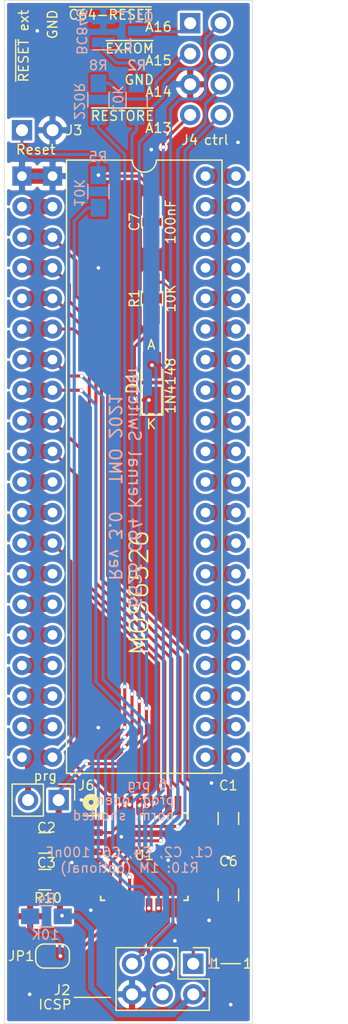
<source format=kicad_pcb>
(kicad_pcb (version 20171130) (host pcbnew "(5.1.5-0-10_14)")
  (title_block (title "6526 Kernal Switcher") (date 2021-04-25) (rev 3.0) (company TMO) (comment 1 "ohne externen Quarz") (comment 2 "ohne serielle Debug-Schnittsetelle (RXD, TXD)") (comment 3 "ohne LED") (comment 4 "Inspired by Sven Petersen"))
  (layers (0 F.Cu signal) (31 B.Cu signal) (34 B.Paste user) (35 F.Paste user) (36 B.SilkS user) (37 F.SilkS user) (38 B.Mask user) (39 F.Mask user) (44 Edge.Cuts user))
  (net 0 "")
  (net 1 GND)
  (net 2 +5V)
  (net 3 "Net-(JP1-Pad2)")
  (net 4 "Net-(Q1-Pad1)")
  (net 5 /U~RESET)
  (net 6 "Net-(R8-Pad2)")
  (net 7 /ROW3)
  (net 8 /COL1)
  (net 9 /COL2)
  (net 10 /COL3)
  (net 11 /COL4)
  (net 12 /COL7)
  (net 13 /ROW0)
  (net 14 /UCNT)
  (net 15 /USIO)
  (net 16 /UTOD)
  (net 17 /UA0)
  (net 18 /U~PC)
  (net 19 /UA1)
  (net 20 /ROW7)
  (net 21 /UA2)
  (net 22 /ROW6)
  (net 23 /UA3)
  (net 24 /ROW5)
  (net 25 /ROW4)
  (net 26 /D0)
  (net 27 /D1)
  (net 28 /ROW2)
  (net 29 /D2)
  (net 30 /ROW1)
  (net 31 /D3)
  (net 32 /D4)
  (net 33 /D5)
  (net 34 /COL6)
  (net 35 /D6)
  (net 36 /COL5)
  (net 37 /D7)
  (net 38 /UCLK)
  (net 39 /U~FLAG)
  (net 40 /U~CE)
  (net 41 /UR~W)
  (net 42 /COL0)
  (net 43 /U~IRQ)
  (net 44 "Net-(C1-Pad1)")
  (net 45 ~RESET)
  (net 46 MOSI)
  (net 47 SCK)
  (net 48 MISO)
  (net 49 ~RESTORE)
  (net 50 ~EXROM)
  (net 51 ~C64RESET)
  (net 52 KSW-A15)
  (net 53 KSW-A14)
  (net 54 KSW-A13)
  (net 55 C64RES)
  (net 56 VCC)
  (net 57 "Net-(C7-Pad1)")
  (net 58 KSW-A16)
  (module Resistors_SMD:R_0805_HandSoldering (layer F.Cu) (at 101.092 112.268 180)
    (fp_text reference R10 (at -0.127 1.524 180) (layer F.SilkS) (effects (font (size 0.8 0.8) (thickness 0.12))))
    (fp_text value 1M)
    (pad 2 smd rect (at 1.35 0 180) (size 1.5 1.3) (layers F.Cu F.Paste F.Mask) (net 1 GND))
    (pad 1 smd rect (at -1.35 0 180) (size 1.5 1.3) (layers F.Cu F.Paste F.Mask) (net 56 VCC))
  )
  (module Housings_DIP:DIP-40_W15.24mm (layer F.Cu) (at 101.6 50.8)
    (fp_text reference UCHIP1 hide)
    (fp_text value MOS6526 (at 7.2 34.6 90) (layer F.SilkS) (effects (font (size 1.5 1.5))))
    (pad 40 thru_hole oval (at 15.24 0) (size 1.6 1.6) (drill 0.8) (layers *.Cu *.Mask) (net 14 /UCNT))
    (pad 20 thru_hole oval (at 0 48.26) (size 1.6 1.6) (drill 0.8) (layers *.Cu *.Mask) (net 2 +5V))
    (pad 39 thru_hole oval (at 15.24 2.54) (size 1.6 1.6) (drill 0.8) (layers *.Cu *.Mask) (net 15 /USIO))
    (pad 19 thru_hole oval (at 0 45.72) (size 1.6 1.6) (drill 0.8) (layers *.Cu *.Mask) (net 16 /UTOD))
    (pad 38 thru_hole oval (at 15.24 5.08) (size 1.6 1.6) (drill 0.8) (layers *.Cu *.Mask) (net 17 /UA0))
    (pad 18 thru_hole oval (at 0 43.18) (size 1.6 1.6) (drill 0.8) (layers *.Cu *.Mask) (net 18 /U~PC))
    (pad 37 thru_hole oval (at 15.24 7.62) (size 1.6 1.6) (drill 0.8) (layers *.Cu *.Mask) (net 19 /UA1))
    (pad 17 thru_hole oval (at 0 40.64) (size 1.6 1.6) (drill 0.8) (layers *.Cu *.Mask) (net 20 /ROW7))
    (pad 36 thru_hole oval (at 15.24 10.16) (size 1.6 1.6) (drill 0.8) (layers *.Cu *.Mask) (net 21 /UA2))
    (pad 16 thru_hole oval (at 0 38.1) (size 1.6 1.6) (drill 0.8) (layers *.Cu *.Mask) (net 22 /ROW6))
    (pad 35 thru_hole oval (at 15.24 12.7) (size 1.6 1.6) (drill 0.8) (layers *.Cu *.Mask) (net 23 /UA3))
    (pad 15 thru_hole oval (at 0 35.56) (size 1.6 1.6) (drill 0.8) (layers *.Cu *.Mask) (net 24 /ROW5))
    (pad 34 thru_hole oval (at 15.24 15.24) (size 1.6 1.6) (drill 0.8) (layers *.Cu *.Mask) (net 5 /U~RESET))
    (pad 14 thru_hole oval (at 0 33.02) (size 1.6 1.6) (drill 0.8) (layers *.Cu *.Mask) (net 25 /ROW4))
    (pad 33 thru_hole oval (at 15.24 17.78) (size 1.6 1.6) (drill 0.8) (layers *.Cu *.Mask) (net 26 /D0))
    (pad 13 thru_hole oval (at 0 30.48) (size 1.6 1.6) (drill 0.8) (layers *.Cu *.Mask) (net 7 /ROW3))
    (pad 32 thru_hole oval (at 15.24 20.32) (size 1.6 1.6) (drill 0.8) (layers *.Cu *.Mask) (net 27 /D1))
    (pad 12 thru_hole oval (at 0 27.94) (size 1.6 1.6) (drill 0.8) (layers *.Cu *.Mask) (net 28 /ROW2))
    (pad 31 thru_hole oval (at 15.24 22.86) (size 1.6 1.6) (drill 0.8) (layers *.Cu *.Mask) (net 29 /D2))
    (pad 11 thru_hole oval (at 0 25.4) (size 1.6 1.6) (drill 0.8) (layers *.Cu *.Mask) (net 30 /ROW1))
    (pad 30 thru_hole oval (at 15.24 25.4) (size 1.6 1.6) (drill 0.8) (layers *.Cu *.Mask) (net 31 /D3))
    (pad 10 thru_hole oval (at 0 22.86) (size 1.6 1.6) (drill 0.8) (layers *.Cu *.Mask) (net 13 /ROW0))
    (pad 29 thru_hole oval (at 15.24 27.94) (size 1.6 1.6) (drill 0.8) (layers *.Cu *.Mask) (net 32 /D4))
    (pad 9 thru_hole oval (at 0 20.32) (size 1.6 1.6) (drill 0.8) (layers *.Cu *.Mask) (net 12 /COL7))
    (pad 28 thru_hole oval (at 15.24 30.48) (size 1.6 1.6) (drill 0.8) (layers *.Cu *.Mask) (net 33 /D5))
    (pad 8 thru_hole oval (at 0 17.78) (size 1.6 1.6) (drill 0.8) (layers *.Cu *.Mask) (net 34 /COL6))
    (pad 27 thru_hole oval (at 15.24 33.02) (size 1.6 1.6) (drill 0.8) (layers *.Cu *.Mask) (net 35 /D6))
    (pad 7 thru_hole oval (at 0 15.24) (size 1.6 1.6) (drill 0.8) (layers *.Cu *.Mask) (net 36 /COL5))
    (pad 26 thru_hole oval (at 15.24 35.56) (size 1.6 1.6) (drill 0.8) (layers *.Cu *.Mask) (net 37 /D7))
    (pad 6 thru_hole oval (at 0 12.7) (size 1.6 1.6) (drill 0.8) (layers *.Cu *.Mask) (net 11 /COL4))
    (pad 25 thru_hole oval (at 15.24 38.1) (size 1.6 1.6) (drill 0.8) (layers *.Cu *.Mask) (net 38 /UCLK))
    (pad 5 thru_hole oval (at 0 10.16) (size 1.6 1.6) (drill 0.8) (layers *.Cu *.Mask) (net 10 /COL3))
    (pad 24 thru_hole oval (at 15.24 40.64) (size 1.6 1.6) (drill 0.8) (layers *.Cu *.Mask) (net 39 /U~FLAG))
    (pad 4 thru_hole oval (at 0 7.62) (size 1.6 1.6) (drill 0.8) (layers *.Cu *.Mask) (net 9 /COL2))
    (pad 23 thru_hole oval (at 15.24 43.18) (size 1.6 1.6) (drill 0.8) (layers *.Cu *.Mask) (net 40 /U~CE))
    (pad 3 thru_hole oval (at 0 5.08) (size 1.6 1.6) (drill 0.8) (layers *.Cu *.Mask) (net 8 /COL1))
    (pad 22 thru_hole oval (at 15.24 45.72) (size 1.6 1.6) (drill 0.8) (layers *.Cu *.Mask) (net 41 /UR~W))
    (pad 2 thru_hole oval (at 0 2.54) (size 1.6 1.6) (drill 0.8) (layers *.Cu *.Mask) (net 42 /COL0))
    (pad 21 thru_hole oval (at 15.24 48.26) (size 1.6 1.6) (drill 0.8) (layers *.Cu *.Mask) (net 43 /U~IRQ))
    (pad 1 thru_hole rect (at 0 0) (size 1.6 1.6) (drill 0.8) (layers *.Cu *.Mask) (net 1 GND))
  )
  (module Resistors_SMD:R_0805_HandSoldering (layer B.Cu) (at 101.092 112.268 180)
    (fp_text reference R4 (at 0 1.468 180) (layer B.SilkS) (effects (font (size 0.8 0.8) (thickness 0.12)) (justify mirror)))
    (fp_text value 10K (at 0.092 -1.532 unlocked) (layer B.SilkS) (effects (font (size 0.8 0.8) (thickness 0.12)) (justify mirror)))
    (pad 1 smd rect (at -1.35 0 180) (size 1.5 1.3) (layers B.Cu B.Paste B.Mask) (net 56 VCC))
    (pad 2 smd rect (at 1.35 0 180) (size 1.5 1.3) (layers B.Cu B.Paste B.Mask) (net 3 "Net-(JP1-Pad2)"))
  )
  (module Housings_QFP:TQFP-32_7x7mm_Pitch0.8mm (layer F.Cu) (at 109.22 107.315)
    (fp_text reference U1 (at 0 -0.127 unlocked) (layer F.SilkS) (effects (font (size 0.8 0.8) (thickness 0.12))))
    (fp_text value ATmega328P-AU)
    (pad 32 smd rect (at -2.8 -4.25 90) (size 1.6 0.55) (layers F.Cu F.Paste F.Mask) (net 13 /ROW0))
    (pad 31 smd rect (at -2 -4.25 90) (size 1.6 0.55) (layers F.Cu F.Paste F.Mask) (net 34 /COL6))
    (pad 30 smd rect (at -1.2 -4.25 90) (size 1.6 0.55) (layers F.Cu F.Paste F.Mask) (net 36 /COL5))
    (pad 29 smd rect (at -0.4 -4.25 90) (size 1.6 0.55) (layers F.Cu F.Paste F.Mask) (net 45 ~RESET))
    (pad 28 smd rect (at 0.4 -4.25 90) (size 1.6 0.55) (layers F.Cu F.Paste F.Mask) (net 49 ~RESTORE))
    (pad 27 smd rect (at 1.2 -4.25 90) (size 1.6 0.55) (layers F.Cu F.Paste F.Mask) (net 12 /COL7))
    (pad 26 smd rect (at 2 -4.25 90) (size 1.6 0.55) (layers F.Cu F.Paste F.Mask) (net 11 /COL4))
    (pad 25 smd rect (at 2.8 -4.25 90) (size 1.6 0.55) (layers F.Cu F.Paste F.Mask) (net 10 /COL3))
    (pad 24 smd rect (at 4.25 -2.8) (size 1.6 0.55) (layers F.Cu F.Paste F.Mask) (net 9 /COL2))
    (pad 23 smd rect (at 4.25 -2) (size 1.6 0.55) (layers F.Cu F.Paste F.Mask) (net 8 /COL1))
    (pad 22 smd rect (at 4.25 -1.2) (size 1.6 0.55) (layers F.Cu F.Paste F.Mask))
    (pad 21 smd rect (at 4.25 -0.4) (size 1.6 0.55) (layers F.Cu F.Paste F.Mask) (net 1 GND))
    (pad 20 smd rect (at 4.25 0.4) (size 1.6 0.55) (layers F.Cu F.Paste F.Mask) (net 44 "Net-(C1-Pad1)"))
    (pad 19 smd rect (at 4.25 1.2) (size 1.6 0.55) (layers F.Cu F.Paste F.Mask))
    (pad 18 smd rect (at 4.25 2) (size 1.6 0.55) (layers F.Cu F.Paste F.Mask) (net 56 VCC))
    (pad 17 smd rect (at 4.25 2.8) (size 1.6 0.55) (layers F.Cu F.Paste F.Mask) (net 47 SCK))
    (pad 16 smd rect (at 2.8 4.25 90) (size 1.6 0.55) (layers F.Cu F.Paste F.Mask) (net 48 MISO))
    (pad 15 smd rect (at 2 4.25 90) (size 1.6 0.55) (layers F.Cu F.Paste F.Mask) (net 46 MOSI))
    (pad 14 smd rect (at 1.2 4.25 90) (size 1.6 0.55) (layers F.Cu F.Paste F.Mask) (net 58 KSW-A16))
    (pad 13 smd rect (at 0.4 4.25 90) (size 1.6 0.55) (layers F.Cu F.Paste F.Mask) (net 6 "Net-(R8-Pad2)"))
    (pad 12 smd rect (at -0.4 4.25 90) (size 1.6 0.55) (layers F.Cu F.Paste F.Mask) (net 3 "Net-(JP1-Pad2)"))
    (pad 11 smd rect (at -1.2 4.25 90) (size 1.6 0.55) (layers F.Cu F.Paste F.Mask) (net 55 C64RES))
    (pad 10 smd rect (at -2 4.25 90) (size 1.6 0.55) (layers F.Cu F.Paste F.Mask) (net 52 KSW-A15))
    (pad 9 smd rect (at -2.8 4.25 90) (size 1.6 0.55) (layers F.Cu F.Paste F.Mask) (net 53 KSW-A14))
    (pad 8 smd rect (at -4.25 2.8) (size 1.6 0.55) (layers F.Cu F.Paste F.Mask))
    (pad 7 smd rect (at -4.25 2) (size 1.6 0.55) (layers F.Cu F.Paste F.Mask))
    (pad 6 smd rect (at -4.25 1.2) (size 1.6 0.55) (layers F.Cu F.Paste F.Mask) (net 56 VCC))
    (pad 5 smd rect (at -4.25 0.4) (size 1.6 0.55) (layers F.Cu F.Paste F.Mask) (net 1 GND))
    (pad 4 smd rect (at -4.25 -0.4) (size 1.6 0.55) (layers F.Cu F.Paste F.Mask) (net 56 VCC))
    (pad 3 smd rect (at -4.25 -1.2) (size 1.6 0.55) (layers F.Cu F.Paste F.Mask) (net 1 GND))
    (pad 2 smd rect (at -4.25 -2) (size 1.6 0.55) (layers F.Cu F.Paste F.Mask) (net 54 KSW-A13))
    (pad 1 smd rect (at -4.25 -2.8) (size 1.6 0.55) (layers F.Cu F.Paste F.Mask) (net 7 /ROW3))
  )
  (module TO_SOT_Packages_SMD:SOT-23_Handsoldering (layer B.Cu) (at 107.315 38.735)
    (fp_text reference Q1 (at 1.885 -1.135) (layer B.SilkS) (effects (font (size 0.8 0.8) (thickness 0.12)) (justify mirror)))
    (fp_text value BC846 (at -3.315 0.065 270 unlocked) (layer B.SilkS) (effects (font (size 0.8 0.8) (thickness 0.12)) (justify mirror)))
    (pad 3 smd rect (at 1.5 0) (size 1.9 0.8) (layers B.Cu B.Paste B.Mask) (net 51 ~C64RESET))
    (pad 2 smd rect (at -1.5 -0.95) (size 1.9 0.8) (layers B.Cu B.Paste B.Mask) (net 1 GND))
    (pad 1 smd rect (at -1.5 0.95) (size 1.9 0.8) (layers B.Cu B.Paste B.Mask) (net 4 "Net-(Q1-Pad1)"))
  )
  (module Capacitors_SMD:C_0805_HandSoldering (layer F.Cu) (at 109.855 54.61 270)
    (fp_text reference C7 (at -0.01 1.455 270) (layer F.SilkS) (effects (font (size 0.8 0.8) (thickness 0.12))))
    (fp_text value 100nF (at -0.01 -1.545 270) (layer F.SilkS) (effects (font (size 0.8 0.8) (thickness 0.12))))
    (pad 2 smd rect (at 1.25 0 270) (size 1.5 1.25) (layers F.Cu F.Paste F.Mask) (net 45 ~RESET))
    (pad 1 smd rect (at -1.25 0 270) (size 1.5 1.25) (layers F.Cu F.Paste F.Mask) (net 57 "Net-(C7-Pad1)"))
  )
  (module Capacitors_SMD:C_0805_HandSoldering (layer F.Cu) (at 116.205 110.49 90)
    (fp_text reference C6 (at 2.794 0 unlocked) (layer F.SilkS) (effects (font (size 0.8 0.8) (thickness 0.12))))
    (fp_text value 100nF hide)
    (pad 2 smd rect (at 1.25 0 90) (size 1.5 1.25) (layers F.Cu F.Paste F.Mask) (net 1 GND))
    (pad 1 smd rect (at -1.25 0 90) (size 1.5 1.25) (layers F.Cu F.Paste F.Mask) (net 56 VCC))
  )
  (module Jumper:SolderJumper-2_P1.3mm_Open_RoundedPad1.0x1.5mm (layer F.Cu) (at 101.6 115.57)
    (fp_text reference JP1 (at -2.6 0 unlocked) (layer F.SilkS) (effects (font (size 0.8 0.8) (thickness 0.12))))
    (fp_text value ~SHRTBRD)
    (pad 1 smd custom (at -0.65 0) (size 1 0.5) (layers F.Cu F.Mask) (net 1 GND) (options (clearance outline) (anchor rect)) (primitives (gr_circle (center 0 0.25) (end 0.5 0.25) (width 0)) (gr_circle (center 0 -0.25) (end 0.5 -0.25) (width 0)) (gr_poly (pts (xy 0 -0.75) (xy 0.5 -0.75) (xy 0.5 0.75) (xy 0 0.75)) (width 0))))
    (pad 2 smd custom (at 0.65 0) (size 1 0.5) (layers F.Cu F.Mask) (net 3 "Net-(JP1-Pad2)") (options (clearance outline) (anchor rect)) (primitives (gr_circle (center 0 0.25) (end 0.5 0.25) (width 0)) (gr_circle (center 0 -0.25) (end 0.5 -0.25) (width 0)) (gr_poly (pts (xy 0 -0.75) (xy -0.5 -0.75) (xy -0.5 0.75) (xy 0 0.75)) (width 0))))
  )
  (module Capacitors_SMD:C_0805_HandSoldering (layer F.Cu) (at 116.205 104.14 90)
    (fp_text reference C1 (at 2.74 0 unlocked) (layer F.SilkS) (effects (font (size 0.8 0.8) (thickness 0.12))))
    (fp_text value 100nF hide)
    (pad 1 smd rect (at -1.25 0 90) (size 1.5 1.25) (layers F.Cu F.Paste F.Mask) (net 44 "Net-(C1-Pad1)"))
    (pad 2 smd rect (at 1.25 0 90) (size 1.5 1.25) (layers F.Cu F.Paste F.Mask) (net 1 GND))
  )
  (module Capacitors_SMD:C_0805_HandSoldering (layer F.Cu) (at 100.965 106.172 180)
    (fp_text reference C2 (at -0.127 1.27 180) (layer F.SilkS) (effects (font (size 0.8 0.8) (thickness 0.12))))
    (fp_text value 100nF)
    (pad 2 smd rect (at 1.25 0 180) (size 1.5 1.25) (layers F.Cu F.Paste F.Mask) (net 1 GND))
    (pad 1 smd rect (at -1.25 0 180) (size 1.5 1.25) (layers F.Cu F.Paste F.Mask) (net 56 VCC))
  )
  (module Capacitors_SMD:C_0805_HandSoldering (layer F.Cu) (at 100.965 109.22 180)
    (fp_text reference C3 (at -0.127 1.397 180) (layer F.SilkS) (effects (font (size 0.8 0.8) (thickness 0.12))))
    (fp_text value 100nF)
    (pad 1 smd rect (at -1.25 0 180) (size 1.5 1.25) (layers F.Cu F.Paste F.Mask) (net 56 VCC))
    (pad 2 smd rect (at 1.25 0 180) (size 1.5 1.25) (layers F.Cu F.Paste F.Mask) (net 1 GND))
  )
  (module Resistors_SMD:R_0805_HandSoldering (layer F.Cu) (at 109.855 60.96 90)
    (fp_text reference R1 (at 0 -1.455 90) (layer F.SilkS) (effects (font (size 0.8 0.8) (thickness 0.12))))
    (fp_text value 10K (at 0 1.545 90) (layer F.SilkS) (effects (font (size 0.8 0.8) (thickness 0.12))))
    (pad 1 smd rect (at -1.35 0 90) (size 1.5 1.3) (layers F.Cu F.Paste F.Mask) (net 56 VCC))
    (pad 2 smd rect (at 1.35 0 90) (size 1.5 1.3) (layers F.Cu F.Paste F.Mask) (net 45 ~RESET))
  )
  (module Resistors_SMD:R_0805_HandSoldering (layer B.Cu) (at 108.585 44.45 270)
    (fp_text reference R2 (at -2.85 -0.015) (layer B.SilkS) (effects (font (size 0.8 0.8)) (justify mirror)))
    (fp_text value 10K (at -0.05 1.585 270 unlocked) (layer B.SilkS) (effects (font (size 0.8 0.8) (thickness 0.12)) (justify mirror)))
    (pad 1 smd rect (at -1.35 0 270) (size 1.5 1.3) (layers B.Cu B.Paste B.Mask) (net 4 "Net-(Q1-Pad1)"))
    (pad 2 smd rect (at 1.35 0 270) (size 1.5 1.3) (layers B.Cu B.Paste B.Mask) (net 55 C64RES))
  )
  (module Resistors_SMD:R_0805_HandSoldering (layer B.Cu) (at 105.41 52.07 90)
    (fp_text reference R5 (at 2.87 -0.035 180) (layer B.SilkS) (effects (font (size 0.8 0.8) (thickness 0.12)) (justify mirror)))
    (fp_text value 10K (at -0.13 -1.61 270 unlocked) (layer B.SilkS) (effects (font (size 0.8 0.8) (thickness 0.12)) (justify mirror)))
    (pad 2 smd rect (at 1.35 0 90) (size 1.5 1.3) (layers B.Cu B.Paste B.Mask) (net 57 "Net-(C7-Pad1)"))
    (pad 1 smd rect (at -1.35 0 90) (size 1.5 1.3) (layers B.Cu B.Paste B.Mask) (net 2 +5V))
  )
  (module Resistors_SMD:R_0805_HandSoldering (layer B.Cu) (at 105.41 44.45 270)
    (fp_text reference R8 (at -2.85 0.01 180) (layer B.SilkS) (effects (font (size 0.8 0.8) (thickness 0.12)) (justify mirror)))
    (fp_text value 220R (at 0.15 1.61 270 unlocked) (layer B.SilkS) (effects (font (size 0.8 0.8) (thickness 0.12)) (justify mirror)))
    (pad 2 smd rect (at 1.35 0 270) (size 1.5 1.3) (layers B.Cu B.Paste B.Mask) (net 6 "Net-(R8-Pad2)"))
    (pad 1 smd rect (at -1.35 0 270) (size 1.5 1.3) (layers B.Cu B.Paste B.Mask) (net 50 ~EXROM))
  )
  (module Pin_Headers:Pin_Header_Straight_2x03_Pitch2.54mm (layer F.Cu) (at 113.284 116.205 270)
    (fp_text reference J2 (at 2.195 10.884 unlocked) (layer F.SilkS) (effects (font (size 0.8 0.8) (thickness 0.12))))
    (fp_text value ICSP (at 3.395 11.484 unlocked) (layer F.SilkS) (effects (font (size 0.8 0.8) (thickness 0.12))))
    (pad 6 thru_hole oval (at 2.54 5.08 270) (size 1.7 1.7) (drill 1) (layers *.Cu *.Mask) (net 1 GND))
    (pad 5 thru_hole oval (at 0 5.08 270) (size 1.7 1.7) (drill 1) (layers *.Cu *.Mask) (net 45 ~RESET))
    (pad 4 thru_hole oval (at 2.54 2.54 270) (size 1.7 1.7) (drill 1) (layers *.Cu *.Mask) (net 46 MOSI))
    (pad 3 thru_hole oval (at 0 2.54 270) (size 1.7 1.7) (drill 1) (layers *.Cu *.Mask) (net 47 SCK))
    (pad 2 thru_hole oval (at 2.54 0 270) (size 1.7 1.7) (drill 1) (layers *.Cu *.Mask) (net 56 VCC))
    (pad 1 thru_hole rect (at 0 0 270) (size 1.7 1.7) (drill 1) (layers *.Cu *.Mask) (net 48 MISO))
  )
  (module Pin_Headers:Pin_Header_Straight_1x02_Pitch2.54mm (layer F.Cu) (at 102.108 102.616 270)
    (fp_text reference J6 (at -1.216 -2.292 unlocked) (layer F.SilkS) (effects (font (size 0.8 0.8) (thickness 0.12))))
    (fp_text value prg (at -2.016 1.108 unlocked) (layer F.SilkS) (effects (font (size 0.8 0.8) (thickness 0.12))))
    (pad 2 thru_hole oval (at 0 2.54 270) (size 1.7 1.7) (drill 1) (layers *.Cu *.Mask) (net 2 +5V))
    (pad 1 thru_hole rect (at 0 0 270) (size 1.7 1.7) (drill 1) (layers *.Cu *.Mask) (net 56 VCC))
  )
  (module Diodes_SMD:D_MicroMELF_Hadsoldering (layer F.Cu) (at 109.855 67.945 90)
    (fp_text reference D1 (at 0 -1.6 90) (layer F.SilkS))
    (fp_text value 1N4148 (at -0.255 1.545 90) (layer F.SilkS) (effects (font (size 0.8 0.8) (thickness 0.12))))
    (pad 2 smd rect (at 1.45 0 90) (size 2.2 1.5) (layers F.Cu F.Paste F.Mask) (net 45 ~RESET))
    (pad 1 smd rect (at -1.45 0 90) (size 2.2 1.5) (layers F.Cu F.Paste F.Mask) (net 56 VCC))
  )
  (module footprints:Pin_Header_Angled_1x02_Pitch2.54mm_no_silk (layer F.Cu) (at 99.06 46.99 90)
    (fp_text reference J3 (at -0.01 4.34) (layer F.SilkS) (effects (font (size 0.8 0.8) (thickness 0.12))))
    (fp_text value Reset (at -1.61 1.14 180) (layer F.SilkS) (effects (font (size 0.8 0.8) (thickness 0.12))))
    (pad 1 thru_hole rect (at 0 0 90) (size 1.7 1.7) (drill 1) (layers *.Cu *.Mask) (net 57 "Net-(C7-Pad1)"))
    (pad 2 thru_hole oval (at 0 2.54 90) (size 1.7 1.7) (drill 1) (layers *.Cu *.Mask) (net 1 GND))
  )
  (module footprints:Pin_Header_Angled_2x04_Pitch2.54mm_no_silk (layer F.Cu) (at 113.03 38.1)
    (fp_text reference J4 (at -0.03 9.7) (layer F.SilkS) (effects (font (size 0.8 0.8) (thickness 0.12))))
    (fp_text value ctrl (at 2.17 9.7) (layer F.SilkS) (effects (font (size 0.8 0.8) (thickness 0.12))))
    (pad 1 thru_hole rect (at 0 0) (size 1.7 1.7) (drill 1) (layers *.Cu *.Mask) (net 51 ~C64RESET))
    (pad 2 thru_hole oval (at 2.54 0) (size 1.7 1.7) (drill 1) (layers *.Cu *.Mask) (net 58 KSW-A16))
    (pad 3 thru_hole oval (at 0 2.54) (size 1.7 1.7) (drill 1) (layers *.Cu *.Mask) (net 50 ~EXROM))
    (pad 4 thru_hole oval (at 2.54 2.54) (size 1.7 1.7) (drill 1) (layers *.Cu *.Mask) (net 52 KSW-A15))
    (pad 5 thru_hole oval (at 0 5.08) (size 1.7 1.7) (drill 1) (layers *.Cu *.Mask) (net 1 GND))
    (pad 6 thru_hole oval (at 2.54 5.08) (size 1.7 1.7) (drill 1) (layers *.Cu *.Mask) (net 53 KSW-A14))
    (pad 7 thru_hole oval (at 0 7.62) (size 1.7 1.7) (drill 1) (layers *.Cu *.Mask) (net 49 ~RESTORE))
    (pad 8 thru_hole oval (at 2.54 7.62) (size 1.7 1.7) (drill 1) (layers *.Cu *.Mask) (net 54 KSW-A13))
  )
  (module footprints:DIP-40_W15.24mm_Pin_Rows_TMO (layer F.Cu) (at 99.06 50.8)
    (fp_text reference USOCKET1 hide)
    (fp_text value MOS6526 hide)
    (pad 40 thru_hole circle (at 15.24 0) (size 1.6 1.6) (drill 0.8) (layers *.Cu *.Mask) (net 14 /UCNT))
    (pad 20 thru_hole circle (at 0 48.26) (size 1.6 1.6) (drill 0.8) (layers *.Cu *.Mask) (net 2 +5V))
    (pad 39 thru_hole circle (at 15.24 2.54) (size 1.6 1.6) (drill 0.8) (layers *.Cu *.Mask) (net 15 /USIO))
    (pad 19 thru_hole circle (at 0 45.72) (size 1.6 1.6) (drill 0.8) (layers *.Cu *.Mask) (net 16 /UTOD))
    (pad 38 thru_hole circle (at 15.24 5.08) (size 1.6 1.6) (drill 0.8) (layers *.Cu *.Mask) (net 17 /UA0))
    (pad 18 thru_hole circle (at 0 43.18) (size 1.6 1.6) (drill 0.8) (layers *.Cu *.Mask) (net 18 /U~PC))
    (pad 37 thru_hole circle (at 15.24 7.62) (size 1.6 1.6) (drill 0.8) (layers *.Cu *.Mask) (net 19 /UA1))
    (pad 17 thru_hole circle (at 0 40.64) (size 1.6 1.6) (drill 0.8) (layers *.Cu *.Mask) (net 20 /ROW7))
    (pad 36 thru_hole circle (at 15.24 10.16) (size 1.6 1.6) (drill 0.8) (layers *.Cu *.Mask) (net 21 /UA2))
    (pad 16 thru_hole circle (at 0 38.1) (size 1.6 1.6) (drill 0.8) (layers *.Cu *.Mask) (net 22 /ROW6))
    (pad 35 thru_hole circle (at 15.24 12.7) (size 1.6 1.6) (drill 0.8) (layers *.Cu *.Mask) (net 23 /UA3))
    (pad 15 thru_hole circle (at 0 35.56) (size 1.6 1.6) (drill 0.8) (layers *.Cu *.Mask) (net 24 /ROW5))
    (pad 34 thru_hole circle (at 15.24 15.24) (size 1.6 1.6) (drill 0.8) (layers *.Cu *.Mask) (net 5 /U~RESET))
    (pad 14 thru_hole circle (at 0 33.02) (size 1.6 1.6) (drill 0.8) (layers *.Cu *.Mask) (net 25 /ROW4))
    (pad 33 thru_hole circle (at 15.24 17.78) (size 1.6 1.6) (drill 0.8) (layers *.Cu *.Mask) (net 26 /D0))
    (pad 13 thru_hole circle (at 0 30.48) (size 1.6 1.6) (drill 0.8) (layers *.Cu *.Mask) (net 7 /ROW3))
    (pad 32 thru_hole circle (at 15.24 20.32) (size 1.6 1.6) (drill 0.8) (layers *.Cu *.Mask) (net 27 /D1))
    (pad 12 thru_hole circle (at 0 27.94) (size 1.6 1.6) (drill 0.8) (layers *.Cu *.Mask) (net 28 /ROW2))
    (pad 31 thru_hole circle (at 15.24 22.86) (size 1.6 1.6) (drill 0.8) (layers *.Cu *.Mask) (net 29 /D2))
    (pad 11 thru_hole circle (at 0 25.4) (size 1.6 1.6) (drill 0.8) (layers *.Cu *.Mask) (net 30 /ROW1))
    (pad 30 thru_hole circle (at 15.24 25.4) (size 1.6 1.6) (drill 0.8) (layers *.Cu *.Mask) (net 31 /D3))
    (pad 10 thru_hole circle (at 0 22.86) (size 1.6 1.6) (drill 0.8) (layers *.Cu *.Mask) (net 13 /ROW0))
    (pad 29 thru_hole circle (at 15.24 27.94) (size 1.6 1.6) (drill 0.8) (layers *.Cu *.Mask) (net 32 /D4))
    (pad 9 thru_hole circle (at 0 20.32) (size 1.6 1.6) (drill 0.8) (layers *.Cu *.Mask) (net 12 /COL7))
    (pad 28 thru_hole circle (at 15.24 30.48) (size 1.6 1.6) (drill 0.8) (layers *.Cu *.Mask) (net 33 /D5))
    (pad 8 thru_hole circle (at 0 17.78) (size 1.6 1.6) (drill 0.8) (layers *.Cu *.Mask) (net 34 /COL6))
    (pad 27 thru_hole circle (at 15.24 33.02) (size 1.6 1.6) (drill 0.8) (layers *.Cu *.Mask) (net 35 /D6))
    (pad 7 thru_hole circle (at 0 15.24) (size 1.6 1.6) (drill 0.8) (layers *.Cu *.Mask) (net 36 /COL5))
    (pad 26 thru_hole circle (at 15.24 35.56) (size 1.6 1.6) (drill 0.8) (layers *.Cu *.Mask) (net 37 /D7))
    (pad 6 thru_hole circle (at 0 12.7) (size 1.6 1.6) (drill 0.8) (layers *.Cu *.Mask) (net 11 /COL4))
    (pad 25 thru_hole circle (at 15.24 38.1) (size 1.6 1.6) (drill 0.8) (layers *.Cu *.Mask) (net 38 /UCLK))
    (pad 5 thru_hole circle (at 0 10.16) (size 1.6 1.6) (drill 0.8) (layers *.Cu *.Mask) (net 10 /COL3))
    (pad 24 thru_hole circle (at 15.24 40.64) (size 1.6 1.6) (drill 0.8) (layers *.Cu *.Mask) (net 39 /U~FLAG))
    (pad 4 thru_hole circle (at 0 7.62) (size 1.6 1.6) (drill 0.8) (layers *.Cu *.Mask) (net 9 /COL2))
    (pad 23 thru_hole circle (at 15.24 43.18) (size 1.6 1.6) (drill 0.8) (layers *.Cu *.Mask) (net 40 /U~CE))
    (pad 3 thru_hole circle (at 0 5.08) (size 1.6 1.6) (drill 0.8) (layers *.Cu *.Mask) (net 8 /COL1))
    (pad 22 thru_hole circle (at 15.24 45.72) (size 1.6 1.6) (drill 0.8) (layers *.Cu *.Mask) (net 41 /UR~W))
    (pad 2 thru_hole circle (at 0 2.54) (size 1.6 1.6) (drill 0.8) (layers *.Cu *.Mask) (net 42 /COL0))
    (pad 21 thru_hole circle (at 15.24 48.26) (size 1.6 1.6) (drill 0.8) (layers *.Cu *.Mask) (net 43 /U~IRQ))
    (pad 1 thru_hole rect (at 0 0) (size 1.6 1.6) (drill 0.8) (layers *.Cu *.Mask) (net 1 GND))
  )
  (gr_text "J6 prg\nprog: open\nnorm: shorted" (at 111.8 102.6) (layer B.SilkS) (effects (font (size 0.8 0.8) (thickness 0.12)) (justify left mirror)))
  (gr_line (start 103.4 119) (end 106.4 119) (layer F.SilkS) (width 0.12))
  (gr_line (start 115.6 116.2) (end 117.2 116.2) (layer F.SilkS) (width 0.12))
  (gr_text 1 (at 115.2 116.2) (layer F.SilkS) (effects (font (size 0.8 0.8) (thickness 0.12))))
  (gr_text 1 (at 114.8 116.2) (layer B.SilkS) (effects (font (size 0.8 0.8) (thickness 0.12)) (justify mirror)))
  (gr_text "C1, C2, C4, C6: 100nF\nR10: 1M (optional)" (at 108 107.6) (layer B.SilkS) (effects (font (size 0.8 0.8) (thickness 0.12)) (justify mirror)))
  (gr_text "6526 C64 Kernal Switcher\nRev 3.0   TMO 2021" (at 107.6 76.6 270) (layer B.SilkS) (effects (font (size 1 1)) (justify mirror)))
  (gr_text "~RESET ext" (at 99.2 40 90) (layer F.SilkS) (effects (font (size 0.8 0.8) (thickness 0.12))))
  (gr_text GND (at 101.6 38.2 90) (layer F.SilkS) (effects (font (size 0.8 0.8) (thickness 0.12))))
  (gr_text A16 (at 110.4 38.4) (layer F.SilkS) (effects (font (size 0.8 0.8) (thickness 0.12))))
  (gr_text GND (at 108.8 42.8) (layer F.SilkS) (effects (font (size 0.8 0.8) (thickness 0.12))))
  (gr_text K (at 109.8 71.4) (layer F.SilkS) (effects (font (size 0.8 0.8) (thickness 0.12))))
  (gr_text A (at 109.8 64.8) (layer F.SilkS) (effects (font (size 0.8 0.8) (thickness 0.12))))
  (gr_circle (center 104.8 102.8) (end 104.8 103) (layer F.SilkS) (width 0.5))
  (gr_text 1 (at 117.8 116.2) (layer F.SilkS) (effects (font (size 0.8 0.8) (thickness 0.12))))
  (gr_text ~C64-RESET (at 106.4 37.4) (layer F.SilkS) (effects (font (size 0.8 0.8) (thickness 0.12))))
  (gr_text A15 (at 110.4 41.2) (layer F.SilkS) (effects (font (size 0.8 0.8) (thickness 0.12))))
  (gr_text A14 (at 110.4 43.8) (layer F.SilkS) (effects (font (size 0.8 0.8) (thickness 0.12))))
  (gr_text A13 (at 110.4 46.8) (layer F.SilkS) (effects (font (size 0.8 0.8) (thickness 0.12))))
  (gr_text ~EXROM (at 108 40.2) (layer F.SilkS) (effects (font (size 0.8 0.8) (thickness 0.12))))
  (gr_text ~RESTORE (at 107.4 45.8) (layer F.SilkS) (effects (font (size 0.8 0.8) (thickness 0.12))))
  (gr_line (start 97.6 36.2) (end 97.6 121.2) (layer Edge.Cuts) (width 0.05))
  (gr_line (start 118.2 121.2) (end 97.6 121.2) (layer Edge.Cuts) (width 0.05))
  (gr_line (start 118.2 36.2) (end 118.2 121.2) (layer Edge.Cuts) (width 0.05))
  (gr_line (start 97.6 36.2) (end 118.2 36.2) (layer Edge.Cuts) (width 0.05))
  (segment (start 101.6 50.8) (end 101.650002 50.8) (width 1.5) (layer F.Cu) (net 1))
  (segment (start 99.06 50.8) (end 101.6 50.8) (width 1.27) (layer F.Cu) (net 1))
  (via (at 116.2 107.4) (size 0.35) (drill 0.3) (layers F.Cu B.Cu) (net 1))
  (via (at 111.2 107.6) (size 0.35) (drill 0.3) (layers F.Cu B.Cu) (net 1))
  (via (at 103.2 107.8) (size 0.35) (drill 0.3) (layers F.Cu B.Cu) (net 1))
  (via (at 107.315 105.664) (size 0.35) (drill 0.3) (layers F.Cu B.Cu) (net 1))
  (via (at 114.8 101.2) (size 0.35) (drill 0.3) (layers F.Cu B.Cu) (net 1))
  (via (at 105.4 96.6) (size 0.35) (drill 0.3) (layers F.Cu B.Cu) (net 1))
  (via (at 104 102.6) (size 0.35) (drill 0.3) (layers F.Cu B.Cu) (net 1))
  (via (at 104.775 111.76) (size 0.35) (drill 0.3) (layers F.Cu B.Cu) (net 1))
  (via (at 111.76 114.3) (size 0.35) (drill 0.3) (layers F.Cu B.Cu) (net 1))
  (via (at 116.4 119.6) (size 0.35) (drill 0.3) (layers F.Cu B.Cu) (net 1))
  (via (at 99.695 118.745) (size 0.35) (drill 0.3) (layers F.Cu B.Cu) (net 1))
  (via (at 114.6 112.6) (size 0.35) (drill 0.3) (layers F.Cu B.Cu) (net 1))
  (via (at 109.8 48.6) (size 0.35) (drill 0.3) (layers F.Cu B.Cu) (net 1))
  (via (at 105.41 58.42) (size 0.35) (drill 0.3) (layers F.Cu B.Cu) (net 1))
  (via (at 117 48) (size 0.35) (drill 0.3) (layers F.Cu B.Cu) (net 1))
  (via (at 100.33 38.735) (size 0.35) (drill 0.3) (layers F.Cu B.Cu) (net 1))
  (segment (start 99.06 99.06) (end 101.6 99.06) (width 1.27) (layer F.Cu) (net 2))
  (segment (start 99.568 99.568) (end 99.06 99.06) (width 0.508) (layer F.Cu) (net 2))
  (segment (start 99.568 102.616) (end 99.568 99.568) (width 0.508) (layer F.Cu) (net 2))
  (segment (start 101.6 99.06) (end 103.4 97.26) (width 0.254) (layer B.Cu) (net 2))
  (segment (start 104.506 53.42) (end 103.4 54.526) (width 0.254) (layer B.Cu) (net 2))
  (segment (start 103.4 54.526) (end 103.4 55.8) (width 0.254) (layer B.Cu) (net 2))
  (segment (start 105.41 53.42) (end 104.506 53.42) (width 0.254) (layer B.Cu) (net 2))
  (segment (start 103.4 97.26) (end 103.4 55.8) (width 0.254) (layer B.Cu) (net 2))
  (segment (start 103.43 115.57) (end 102.25 115.57) (width 0.254) (layer F.Cu) (net 3))
  (segment (start 105.8 113.2) (end 103.43 115.57) (width 0.254) (layer F.Cu) (net 3))
  (segment (start 108.239 113.2) (end 105.8 113.2) (width 0.254) (layer F.Cu) (net 3))
  (segment (start 108.82 112.619) (end 108.239 113.2) (width 0.254) (layer F.Cu) (net 3))
  (segment (start 108.82 111.565) (end 108.82 112.619) (width 0.254) (layer F.Cu) (net 3))
  (segment (start 99.742 113.172) (end 100.17 113.6) (width 0.254) (layer B.Cu) (net 3))
  (segment (start 99.742 112.268) (end 99.742 113.172) (width 0.254) (layer B.Cu) (net 3))
  (segment (start 100.17 113.6) (end 101.6 113.6) (width 0.254) (layer B.Cu) (net 3))
  (segment (start 101.6 113.6) (end 102.2 114.2) (width 0.254) (layer B.Cu) (net 3))
  (via (at 102.25 115.57) (size 0.35) (drill 0.3) (layers F.Cu B.Cu) (net 3))
  (segment (start 102.2 115.52) (end 102.25 115.57) (width 0.254) (layer B.Cu) (net 3))
  (segment (start 102.2 114.2) (end 102.2 115.52) (width 0.254) (layer B.Cu) (net 3))
  (segment (start 105.815 40.339) (end 106.876 41.4) (width 0.254) (layer B.Cu) (net 4))
  (segment (start 105.815 39.685) (end 105.815 40.339) (width 0.254) (layer B.Cu) (net 4))
  (segment (start 108.585 42.096) (end 108.585 43.1) (width 0.254) (layer B.Cu) (net 4))
  (segment (start 107.889 41.4) (end 108.585 42.096) (width 0.254) (layer B.Cu) (net 4))
  (segment (start 106.876 41.4) (end 107.889 41.4) (width 0.254) (layer B.Cu) (net 4))
  (segment (start 114.3 66.04) (end 116.84 66.04) (width 1.27) (layer F.Cu) (net 5))
  (via (at 109.6 111.6) (size 0.35) (drill 0.3) (layers F.Cu B.Cu) (net 6))
  (via (at 109.6 111.6) (size 0.35) (drill 0.3) (layers F.Cu B.Cu) (net 6))
  (via (at 107.6 96.6) (size 0.35) (drill 0.3) (layers F.Cu B.Cu) (net 6))
  (segment (start 105.41 46.804) (end 105.41 45.8) (width 0.254) (layer B.Cu) (net 6))
  (segment (start 106.403 47.797) (end 106.403 47.803) (width 0.254) (layer B.Cu) (net 6))
  (segment (start 106.606 48) (end 106.403 47.797) (width 0.254) (layer B.Cu) (net 6))
  (segment (start 106.403 47.797) (end 105.41 46.804) (width 0.254) (layer B.Cu) (net 6))
  (segment (start 105.4 107.4) (end 105.4 98.8) (width 0.25) (layer B.Cu) (net 6))
  (segment (start 105.4 98.8) (end 107.6 96.6) (width 0.25) (layer B.Cu) (net 6))
  (segment (start 108 109.8) (end 105.4 107.4) (width 0.25) (layer B.Cu) (net 6))
  (segment (start 109 109.8) (end 108 109.8) (width 0.254) (layer B.Cu) (net 6))
  (segment (start 109.6 110.4) (end 109 109.8) (width 0.254) (layer B.Cu) (net 6))
  (segment (start 109.6 111.6) (end 109.6 110.4) (width 0.254) (layer B.Cu) (net 6))
  (segment (start 107.6 51) (end 107.6 49) (width 0.254) (layer B.Cu) (net 6))
  (segment (start 107.6 49) (end 107 48.4) (width 0.254) (layer B.Cu) (net 6))
  (segment (start 106.403 47.803) (end 107 48.4) (width 0.254) (layer B.Cu) (net 6))
  (segment (start 107.6 51) (end 107.6 50.6) (width 0.25) (layer B.Cu) (net 6))
  (segment (start 107.6 51) (end 107.6 80.4) (width 0.25) (layer B.Cu) (net 6))
  (via (at 107.6 93.2) (size 0.35) (drill 0.3) (layers F.Cu B.Cu) (net 6))
  (segment (start 107.6 96.6) (end 107.6 93.2) (width 0.25) (layer F.Cu) (net 6))
  (segment (start 107.6 80.4) (end 107.6 93.2) (width 0.254) (layer B.Cu) (net 6))
  (segment (start 99.06 81.28) (end 101.6 81.28) (width 1.27) (layer F.Cu) (net 7))
  (segment (start 103.124 100.124) (end 103.124 82.804) (width 0.254) (layer F.Cu) (net 7))
  (segment (start 104.97 101.97) (end 103.124 100.124) (width 0.254) (layer F.Cu) (net 7))
  (segment (start 103.124 82.804) (end 101.6 81.28) (width 0.254) (layer F.Cu) (net 7))
  (segment (start 104.97 104.515) (end 104.97 101.97) (width 0.254) (layer F.Cu) (net 7))
  (segment (start 99.06 55.88) (end 101.6 55.88) (width 1.27) (layer F.Cu) (net 8))
  (segment (start 106.172 82.042) (end 106.172 80.772) (width 0.254) (layer F.Cu) (net 8))
  (segment (start 114.808 105.031) (end 114.808 102.87) (width 0.254) (layer F.Cu) (net 8))
  (segment (start 114.524 105.315) (end 114.808 105.031) (width 0.254) (layer F.Cu) (net 8))
  (segment (start 113.47 105.315) (end 114.524 105.315) (width 0.254) (layer F.Cu) (net 8))
  (segment (start 112.769 100.831) (end 112.769 90.569) (width 0.254) (layer F.Cu) (net 8))
  (segment (start 114.808 102.87) (end 112.769 100.831) (width 0.254) (layer F.Cu) (net 8))
  (segment (start 106.172 83.972) (end 107.4 85.2) (width 0.254) (layer F.Cu) (net 8))
  (segment (start 107.4 85.2) (end 106.2 84) (width 0.254) (layer F.Cu) (net 8))
  (segment (start 106.172 83.372) (end 106.172 83.972) (width 0.254) (layer F.Cu) (net 8))
  (segment (start 112.769 90.569) (end 107.4 85.2) (width 0.254) (layer F.Cu) (net 8))
  (segment (start 106.172 80.772) (end 106.172 83.372) (width 0.254) (layer F.Cu) (net 8))
  (segment (start 106.172 63.372) (end 106.172 64.372) (width 0.254) (layer F.Cu) (net 8))
  (segment (start 106.172 64.372) (end 106.172 80.772) (width 0.254) (layer F.Cu) (net 8))
  (segment (start 103.56 60.76) (end 106.172 63.372) (width 0.254) (layer F.Cu) (net 8))
  (segment (start 103.56 57.84) (end 103.56 60.76) (width 0.254) (layer F.Cu) (net 8))
  (segment (start 101.6 55.88) (end 103.56 57.84) (width 0.254) (layer F.Cu) (net 8))
  (segment (start 99.06 58.42) (end 101.6 58.42) (width 1.27) (layer F.Cu) (net 9))
  (segment (start 112.188 101.012) (end 113.47 102.294) (width 0.254) (layer F.Cu) (net 9))
  (segment (start 113.47 102.294) (end 113.47 104.515) (width 0.254) (layer F.Cu) (net 9))
  (segment (start 112.188 90.788) (end 112.188 101.012) (width 0.254) (layer F.Cu) (net 9))
  (segment (start 105.664 84.264) (end 112.188 90.788) (width 0.254) (layer F.Cu) (net 9))
  (segment (start 105.664 63.864) (end 105.664 84.264) (width 0.254) (layer F.Cu) (net 9))
  (segment (start 103 61.2) (end 105.664 63.864) (width 0.254) (layer F.Cu) (net 9))
  (segment (start 103 59.8) (end 103 61.2) (width 0.254) (layer F.Cu) (net 9))
  (segment (start 101.62 58.42) (end 103 59.8) (width 0.254) (layer F.Cu) (net 9))
  (segment (start 101.6 58.42) (end 101.62 58.42) (width 0.254) (layer F.Cu) (net 9))
  (segment (start 101.86 60.7) (end 101.6 60.96) (width 0.539) (layer F.Cu) (net 10))
  (segment (start 99.06 60.96) (end 101.6 60.96) (width 1.27) (layer F.Cu) (net 10))
  (segment (start 111.507 90.893) (end 105.2 84.586) (width 0.254) (layer F.Cu) (net 10))
  (segment (start 105.2 64.4) (end 101.76 60.96) (width 0.254) (layer F.Cu) (net 10))
  (segment (start 105.2 84.586) (end 105.2 64.4) (width 0.254) (layer F.Cu) (net 10))
  (segment (start 111.507 101.093) (end 111.507 90.893) (width 0.254) (layer F.Cu) (net 10))
  (segment (start 101.76 60.96) (end 101.6 60.96) (width 0.254) (layer F.Cu) (net 10))
  (segment (start 112.02 101.606) (end 111.507 101.093) (width 0.254) (layer F.Cu) (net 10))
  (segment (start 112.02 103.065) (end 112.02 101.606) (width 0.254) (layer F.Cu) (net 10))
  (segment (start 99.06 63.5) (end 101.6 63.5) (width 1.27) (layer F.Cu) (net 11))
  (segment (start 104.648 83.058) (end 104.648 82.296) (width 0.254) (layer F.Cu) (net 11))
  (segment (start 111.22 103.065) (end 111.22 101.568) (width 0.254) (layer F.Cu) (net 11))
  (segment (start 103.378 63.5) (end 101.6 63.5) (width 0.254) (layer F.Cu) (net 11))
  (segment (start 104.648 64.77) (end 103.378 63.5) (width 0.254) (layer F.Cu) (net 11))
  (segment (start 104.648 82.296) (end 104.648 64.77) (width 0.254) (layer F.Cu) (net 11))
  (segment (start 110.926 91.126) (end 104.6 84.8) (width 0.254) (layer F.Cu) (net 11))
  (segment (start 110.926 101.274) (end 110.926 91.126) (width 0.254) (layer F.Cu) (net 11))
  (segment (start 104.6 84.8) (end 104.648 82.296) (width 0.254) (layer F.Cu) (net 11))
  (segment (start 111.22 101.568) (end 110.926 101.274) (width 0.254) (layer F.Cu) (net 11))
  (segment (start 99.06 71.12) (end 101.6 71.12) (width 1.27) (layer F.Cu) (net 12))
  (segment (start 104.14 84.982066) (end 104.14 73.66) (width 0.254) (layer F.Cu) (net 12))
  (segment (start 104.14 73.66) (end 101.6 71.12) (width 0.254) (layer F.Cu) (net 12))
  (segment (start 110.42 91.262066) (end 104.14 84.982066) (width 0.254) (layer F.Cu) (net 12))
  (segment (start 110.42 103.065) (end 110.42 91.262066) (width 0.254) (layer F.Cu) (net 12))
  (segment (start 99.06 73.66) (end 101.6 73.66) (width 1.27) (layer F.Cu) (net 13))
  (segment (start 103.632 75.692) (end 102.87 74.93) (width 0.254) (layer F.Cu) (net 13))
  (segment (start 102.87 74.93) (end 101.6 73.66) (width 0.254) (layer F.Cu) (net 13))
  (segment (start 103.632 99.832) (end 103.632 75.692) (width 0.254) (layer F.Cu) (net 13))
  (segment (start 106.42 102.62) (end 103.632 99.832) (width 0.254) (layer F.Cu) (net 13))
  (segment (start 106.42 103.065) (end 106.42 102.62) (width 0.254) (layer F.Cu) (net 13))
  (segment (start 114.3 50.8) (end 116.84 50.8) (width 1.27) (layer F.Cu) (net 14))
  (segment (start 114.3 53.34) (end 116.84 53.34) (width 1.27) (layer F.Cu) (net 15))
  (segment (start 99.06 96.52) (end 101.6 96.52) (width 1.27) (layer F.Cu) (net 16))
  (segment (start 114.3 55.88) (end 116.84 55.88) (width 1.27) (layer F.Cu) (net 17))
  (segment (start 99.06 93.98) (end 101.6 93.98) (width 1.27) (layer F.Cu) (net 18))
  (segment (start 114.3 58.42) (end 116.84 58.42) (width 1.27) (layer F.Cu) (net 19))
  (segment (start 99.06 91.44) (end 101.6 91.44) (width 1.27) (layer F.Cu) (net 20))
  (segment (start 114.3 60.96) (end 116.84 60.96) (width 1.27) (layer F.Cu) (net 21))
  (segment (start 99.06 88.9) (end 101.6 88.9) (width 1.27) (layer F.Cu) (net 22))
  (segment (start 114.3 63.5) (end 116.84 63.5) (width 1.27) (layer F.Cu) (net 23))
  (segment (start 99.06 86.36) (end 101.6 86.36) (width 1.27) (layer F.Cu) (net 24))
  (segment (start 99.06 83.82) (end 101.6 83.82) (width 1.27) (layer F.Cu) (net 25))
  (segment (start 114.3 68.58) (end 116.84 68.58) (width 1.27) (layer F.Cu) (net 26))
  (segment (start 114.3 71.12) (end 116.84 71.12) (width 1.27) (layer F.Cu) (net 27))
  (segment (start 99.06 78.74) (end 101.6 78.74) (width 1.27) (layer F.Cu) (net 28))
  (segment (start 114.3 73.66) (end 116.84 73.66) (width 1.27) (layer F.Cu) (net 29))
  (segment (start 99.06 76.2) (end 101.6 76.2) (width 1.27) (layer F.Cu) (net 30))
  (segment (start 114.3 76.2) (end 116.84 76.2) (width 1.27) (layer F.Cu) (net 31))
  (segment (start 114.3 78.74) (end 116.84 78.74) (width 1.27) (layer F.Cu) (net 32))
  (segment (start 114.3 81.28) (end 116.84 81.28) (width 1.27) (layer F.Cu) (net 33))
  (segment (start 99.06 68.58) (end 101.6 68.58) (width 1.27) (layer F.Cu) (net 34))
  (via (at 107.2 103) (size 0.35) (drill 0.3) (layers F.Cu B.Cu) (net 34))
  (segment (start 109 96.6) (end 105.2 92.8) (width 0.254) (layer B.Cu) (net 34))
  (segment (start 109 101.2) (end 109 96.6) (width 0.254) (layer B.Cu) (net 34))
  (segment (start 107.2 103) (end 109 101.2) (width 0.254) (layer B.Cu) (net 34))
  (segment (start 105.2 92.8) (end 105.2 70) (width 0.254) (layer B.Cu) (net 34))
  (via (at 104 68.6) (size 0.35) (drill 0.3) (layers F.Cu B.Cu) (net 34))
  (segment (start 101.62 68.6) (end 101.6 68.58) (width 0.254) (layer F.Cu) (net 34))
  (segment (start 103.98 68.58) (end 104 68.6) (width 0.254) (layer F.Cu) (net 34))
  (segment (start 101.6 68.58) (end 103.98 68.58) (width 0.254) (layer F.Cu) (net 34))
  (segment (start 105.2 69.8) (end 105.2 70) (width 0.254) (layer B.Cu) (net 34))
  (segment (start 104 68.6) (end 105.2 69.8) (width 0.254) (layer B.Cu) (net 34))
  (segment (start 114.3 83.82) (end 116.84 83.82) (width 1.27) (layer F.Cu) (net 35))
  (segment (start 99.06 66.04) (end 101.6 66.04) (width 1.27) (layer F.Cu) (net 36))
  (via (at 108 103) (size 0.35) (drill 0.3) (layers F.Cu B.Cu) (net 36))
  (via (at 104.029 67.4) (size 0.35) (drill 0.3) (layers F.Cu B.Cu) (net 36))
  (segment (start 105.8 69.171) (end 104.203999 67.574999) (width 0.254) (layer B.Cu) (net 36))
  (segment (start 102.96 67.4) (end 103.781513 67.4) (width 0.254) (layer F.Cu) (net 36))
  (segment (start 104.203999 67.574999) (end 104.029 67.4) (width 0.254) (layer B.Cu) (net 36))
  (segment (start 101.6 66.04) (end 102.96 67.4) (width 0.254) (layer F.Cu) (net 36))
  (segment (start 108 103) (end 109.6 101.4) (width 0.254) (layer B.Cu) (net 36))
  (segment (start 109.6 101.4) (end 109.6 96.4) (width 0.254) (layer B.Cu) (net 36))
  (segment (start 103.781513 67.4) (end 104.029 67.4) (width 0.254) (layer F.Cu) (net 36))
  (segment (start 109.6 96.4) (end 105.8 92.6) (width 0.254) (layer B.Cu) (net 36))
  (segment (start 105.8 92.6) (end 105.8 69.171) (width 0.254) (layer B.Cu) (net 36))
  (segment (start 114.3 86.36) (end 116.84 86.36) (width 1.27) (layer F.Cu) (net 37))
  (segment (start 114.3 88.9) (end 116.84 88.9) (width 1.27) (layer F.Cu) (net 38))
  (segment (start 114.3 91.44) (end 116.84 91.44) (width 1.27) (layer F.Cu) (net 39))
  (segment (start 114.3 93.98) (end 116.84 93.98) (width 1.27) (layer F.Cu) (net 40))
  (segment (start 114.3 96.52) (end 116.84 96.52) (width 1.27) (layer F.Cu) (net 41))
  (segment (start 99.06 53.34) (end 101.6 53.34) (width 1.27) (layer F.Cu) (net 42))
  (segment (start 114.3 99.06) (end 116.84 99.06) (width 1.27) (layer F.Cu) (net 43))
  (segment (start 116.205 106.394) (end 116.205 105.39) (width 0.254) (layer F.Cu) (net 44))
  (segment (start 114.884 107.715) (end 116.205 106.394) (width 0.254) (layer F.Cu) (net 44))
  (segment (start 113.47 107.715) (end 114.884 107.715) (width 0.254) (layer F.Cu) (net 44))
  (via (at 108.82 103.064986) (size 0.35) (drill 0.3) (layers F.Cu B.Cu) (net 45))
  (segment (start 108.82 103.064986) (end 110.2 101.684986) (width 0.254) (layer B.Cu) (net 45))
  (segment (start 110.2 101.684986) (end 110.2 89.669982) (width 0.254) (layer B.Cu) (net 45))
  (segment (start 110.2 89.669982) (end 110.2 89.4) (width 0.25) (layer B.Cu) (net 45))
  (segment (start 109.855 55.86) (end 109.855 59.61) (width 0.254) (layer F.Cu) (net 45))
  (segment (start 110.2 89.4) (end 110.2 72.4) (width 0.25) (layer B.Cu) (net 45))
  (segment (start 111.2 66.154) (end 110.859 66.495) (width 0.254) (layer F.Cu) (net 45))
  (segment (start 111.2 60.051) (end 111.2 66.154) (width 0.254) (layer F.Cu) (net 45))
  (segment (start 110.859 66.495) (end 109.855 66.495) (width 0.254) (layer F.Cu) (net 45))
  (segment (start 110.759 59.61) (end 111.2 60.051) (width 0.254) (layer F.Cu) (net 45))
  (segment (start 109.855 59.61) (end 110.759 59.61) (width 0.254) (layer F.Cu) (net 45))
  (segment (start 110.2 72.4) (end 110.2 66.8) (width 0.254) (layer B.Cu) (net 45))
  (via (at 109.855 66.495) (size 0.35) (drill 0.3) (layers F.Cu B.Cu) (net 45))
  (segment (start 109.895 66.495) (end 109.855 66.495) (width 0.254) (layer B.Cu) (net 45))
  (segment (start 110.2 66.8) (end 109.895 66.495) (width 0.254) (layer B.Cu) (net 45))
  (segment (start 108.204 116.196) (end 108.204 116.205) (width 0.254) (layer B.Cu) (net 45))
  (segment (start 111.6 109.8) (end 111.6 112.8) (width 0.254) (layer B.Cu) (net 45))
  (segment (start 108.8 103.084986) (end 108.8 107) (width 0.254) (layer B.Cu) (net 45))
  (segment (start 108.8 107) (end 111.6 109.8) (width 0.254) (layer B.Cu) (net 45))
  (segment (start 111.6 112.8) (end 108.204 116.196) (width 0.254) (layer B.Cu) (net 45))
  (segment (start 108.82 103.064986) (end 108.8 103.084986) (width 0.254) (layer B.Cu) (net 45))
  (segment (start 111.22 112.78) (end 109.566999 114.433001) (width 0.254) (layer F.Cu) (net 46))
  (segment (start 111.22 111.565) (end 111.22 112.78) (width 0.254) (layer F.Cu) (net 46))
  (segment (start 109.566999 117.567999) (end 110.744 118.745) (width 0.254) (layer F.Cu) (net 46))
  (segment (start 109.566999 114.433001) (end 109.566999 117.567999) (width 0.254) (layer F.Cu) (net 46))
  (segment (start 115 117.2) (end 114.632001 117.567999) (width 0.254) (layer F.Cu) (net 47))
  (segment (start 114.632001 117.567999) (end 112.106999 117.567999) (width 0.254) (layer F.Cu) (net 47))
  (segment (start 115 114.2) (end 115 117.2) (width 0.254) (layer F.Cu) (net 47))
  (segment (start 112.106999 117.567999) (end 110.744 116.205) (width 0.254) (layer F.Cu) (net 47))
  (segment (start 113.47 112.67) (end 115 114.2) (width 0.254) (layer F.Cu) (net 47))
  (segment (start 113.47 110.115) (end 113.47 112.67) (width 0.254) (layer F.Cu) (net 47))
  (segment (start 112.02 111.565) (end 112.02 112.62) (width 0.254) (layer F.Cu) (net 48))
  (segment (start 112.02 112.62) (end 113.284 113.884) (width 0.254) (layer F.Cu) (net 48))
  (segment (start 113.284 113.884) (end 113.284 116.205) (width 0.254) (layer F.Cu) (net 48))
  (via (at 109.6 103) (size 0.35) (drill 0.3) (layers F.Cu B.Cu) (net 49))
  (segment (start 109.6 103) (end 110.8 101.8) (width 0.254) (layer B.Cu) (net 49))
  (segment (start 110.8 101.8) (end 110.8 101.6) (width 0.254) (layer B.Cu) (net 49))
  (segment (start 110.8 101.6) (end 110.8 72.4) (width 0.254) (layer B.Cu) (net 49))
  (segment (start 110.8 72.4) (end 110.8 68.8) (width 0.254) (layer B.Cu) (net 49))
  (segment (start 110.8 68.8) (end 110.8 48.4) (width 0.254) (layer B.Cu) (net 49))
  (via (at 110.8 48.4) (size 0.35) (drill 0.3) (layers F.Cu B.Cu) (net 49))
  (segment (start 110.8 47.95) (end 113.03 45.72) (width 0.254) (layer F.Cu) (net 49))
  (segment (start 110.8 48.4) (end 110.8 47.95) (width 0.254) (layer F.Cu) (net 49))
  (segment (start 112.56 40.64) (end 113.03 40.64) (width 0.254) (layer B.Cu) (net 50))
  (segment (start 110.2 43) (end 112.56 40.64) (width 0.254) (layer B.Cu) (net 50))
  (segment (start 105.41 43.1) (end 106.314 43.1) (width 0.254) (layer B.Cu) (net 50))
  (segment (start 110.2 43.8) (end 110.2 43) (width 0.254) (layer B.Cu) (net 50))
  (segment (start 109.6 44.4) (end 110.2 43.8) (width 0.254) (layer B.Cu) (net 50))
  (segment (start 106.314 43.1) (end 107.614 44.4) (width 0.254) (layer B.Cu) (net 50))
  (segment (start 107.614 44.4) (end 109.6 44.4) (width 0.254) (layer B.Cu) (net 50))
  (segment (start 113.03 38.1) (end 112.9 38.1) (width 0.254) (layer B.Cu) (net 51))
  (segment (start 112.2 38.8) (end 110.2 38.8) (width 0.254) (layer B.Cu) (net 51))
  (segment (start 112.9 38.1) (end 112.2 38.8) (width 0.254) (layer B.Cu) (net 51))
  (segment (start 108.815 38.735) (end 110.2 38.8) (width 0.254) (layer B.Cu) (net 51))
  (via (at 109.8 106.6) (size 0.35) (drill 0.3) (layers F.Cu B.Cu) (net 52))
  (segment (start 108.4 106.6) (end 109.8 106.6) (width 0.25) (layer F.Cu) (net 52))
  (segment (start 107.22 107.78) (end 108.4 106.6) (width 0.25) (layer F.Cu) (net 52))
  (segment (start 107.22 111.565) (end 107.22 107.78) (width 0.25) (layer F.Cu) (net 52))
  (segment (start 114.3 42.1) (end 115.57 40.83) (width 0.254) (layer B.Cu) (net 52))
  (segment (start 113.9 44.4) (end 114.3 44) (width 0.254) (layer B.Cu) (net 52))
  (segment (start 115.57 40.83) (end 115.57 40.64) (width 0.254) (layer B.Cu) (net 52))
  (segment (start 112.2 44.4) (end 113.9 44.4) (width 0.254) (layer B.Cu) (net 52))
  (segment (start 111.4 45.2) (end 112.2 44.4) (width 0.254) (layer B.Cu) (net 52))
  (segment (start 114.3 44) (end 114.3 42.1) (width 0.254) (layer B.Cu) (net 52))
  (segment (start 111.4 103.2) (end 111.4 45.2) (width 0.254) (layer B.Cu) (net 52))
  (segment (start 109.8 104.8) (end 111.4 103.2) (width 0.254) (layer B.Cu) (net 52))
  (segment (start 109.8 106.6) (end 109.8 104.8) (width 0.254) (layer B.Cu) (net 52))
  (via (at 110.6 106.000002) (size 0.35) (drill 0.3) (layers F.Cu B.Cu) (net 53))
  (segment (start 112 103.4) (end 110.6 104.8) (width 0.254) (layer B.Cu) (net 53))
  (segment (start 110.6 104.8) (end 110.6 105.752515) (width 0.254) (layer B.Cu) (net 53))
  (segment (start 110.6 105.752515) (end 110.6 106.000002) (width 0.254) (layer B.Cu) (net 53))
  (segment (start 110.352513 106.000002) (end 110.6 106.000002) (width 0.254) (layer F.Cu) (net 53))
  (segment (start 108.199998 106.000002) (end 110.352513 106.000002) (width 0.254) (layer F.Cu) (net 53))
  (segment (start 106.42 111.565) (end 106.617999 111.367001) (width 0.254) (layer F.Cu) (net 53))
  (segment (start 106.42 107.78) (end 107 107.2) (width 0.25) (layer F.Cu) (net 53))
  (segment (start 107 107.2) (end 108.199998 106.000002) (width 0.254) (layer F.Cu) (net 53))
  (segment (start 106.42 111.565) (end 106.42 107.78) (width 0.25) (layer F.Cu) (net 53))
  (segment (start 106.8 107.4) (end 107 107.2) (width 0.254) (layer F.Cu) (net 53))
  (segment (start 112 48.8) (end 112 48.6) (width 0.254) (layer B.Cu) (net 53))
  (segment (start 112 49.2) (end 112 103.4) (width 0.254) (layer B.Cu) (net 53))
  (segment (start 112 48.8) (end 112 49.2) (width 0.254) (layer B.Cu) (net 53))
  (segment (start 114.3 44.8) (end 115.57 43.53) (width 0.254) (layer B.Cu) (net 53))
  (segment (start 115.57 43.53) (end 115.57 43.18) (width 0.254) (layer B.Cu) (net 53))
  (segment (start 114.3 46.347934) (end 114.3 44.8) (width 0.254) (layer B.Cu) (net 53))
  (segment (start 112 48.647934) (end 114.3 46.347934) (width 0.254) (layer B.Cu) (net 53))
  (segment (start 112 49.2) (end 112 48.647934) (width 0.254) (layer B.Cu) (net 53))
  (via (at 112 104.8) (size 0.35) (drill 0.3) (layers F.Cu B.Cu) (net 54))
  (segment (start 106.485 105.315) (end 107 104.8) (width 0.254) (layer F.Cu) (net 54))
  (segment (start 104.97 105.315) (end 106.485 105.315) (width 0.254) (layer F.Cu) (net 54))
  (segment (start 107 104.8) (end 112 104.8) (width 0.254) (layer F.Cu) (net 54))
  (segment (start 112.6 48.69) (end 115.57 45.72) (width 0.254) (layer B.Cu) (net 54))
  (segment (start 112.6 104.2) (end 112.6 48.69) (width 0.254) (layer B.Cu) (net 54))
  (segment (start 112 104.8) (end 112.6 104.2) (width 0.254) (layer B.Cu) (net 54))
  (segment (start 108 111.6) (end 108 109) (width 0.254) (layer F.Cu) (net 55))
  (via (at 108 109) (size 0.35) (drill 0.3) (layers F.Cu B.Cu) (net 55))
  (segment (start 106 107) (end 108 109) (width 0.254) (layer B.Cu) (net 55))
  (segment (start 106 106.8) (end 106 107) (width 0.254) (layer B.Cu) (net 55))
  (segment (start 108.2 81) (end 108.2 90.6) (width 0.254) (layer B.Cu) (net 55))
  (segment (start 108.2 80) (end 108.2 81) (width 0.254) (layer B.Cu) (net 55))
  (segment (start 108.2 80) (end 108.2 49.6) (width 0.25) (layer B.Cu) (net 55))
  (segment (start 108.2 93.552513) (end 108.2 93.8) (width 0.25) (layer B.Cu) (net 55))
  (segment (start 108.2 90.6) (end 108.2 93.552513) (width 0.25) (layer B.Cu) (net 55))
  (via (at 108.2 93.8) (size 0.35) (drill 0.3) (layers F.Cu B.Cu) (net 55))
  (via (at 107.599998 97.4) (size 0.35) (drill 0.3) (layers F.Cu B.Cu) (net 55))
  (segment (start 106 98.999998) (end 107.424999 97.574999) (width 0.25) (layer B.Cu) (net 55))
  (segment (start 106 106.8) (end 106 98.999998) (width 0.25) (layer B.Cu) (net 55))
  (segment (start 108.2 93.8) (end 108.2 96.799998) (width 0.25) (layer F.Cu) (net 55))
  (segment (start 107.424999 97.574999) (end 107.599998 97.4) (width 0.25) (layer B.Cu) (net 55))
  (segment (start 108.2 96.799998) (end 107.599998 97.4) (width 0.25) (layer F.Cu) (net 55))
  (segment (start 108.2 47.4) (end 108.585 47.015) (width 0.254) (layer B.Cu) (net 55))
  (segment (start 108.585 47.015) (end 108.585 45.8) (width 0.254) (layer B.Cu) (net 55))
  (segment (start 108.2 49.6) (end 108.2 47.4) (width 0.254) (layer B.Cu) (net 55))
  (segment (start 115 111.414) (end 115.326 111.74) (width 0.254) (layer F.Cu) (net 56))
  (segment (start 115 109.981398) (end 115 111.414) (width 0.254) (layer F.Cu) (net 56))
  (segment (start 114.333602 109.315) (end 115 109.981398) (width 0.254) (layer F.Cu) (net 56))
  (segment (start 115.326 111.74) (end 116.205 111.74) (width 0.254) (layer F.Cu) (net 56))
  (segment (start 113.47 109.315) (end 114.333602 109.315) (width 0.254) (layer F.Cu) (net 56))
  (segment (start 103.924 108.515) (end 104.97 108.515) (width 0.254) (layer F.Cu) (net 56))
  (segment (start 103.219 109.22) (end 103.924 108.515) (width 0.254) (layer F.Cu) (net 56))
  (segment (start 102.215 109.22) (end 103.219 109.22) (width 0.254) (layer F.Cu) (net 56))
  (segment (start 102.215 106.172) (end 102.215 109.22) (width 0.508) (layer F.Cu) (net 56))
  (segment (start 102.108 106.065) (end 102.215 106.172) (width 0.508) (layer F.Cu) (net 56))
  (segment (start 102.108 102.616) (end 102.108 106.065) (width 0.508) (layer F.Cu) (net 56))
  (segment (start 102.215 109.22) (end 102.09 109.22) (width 0.508) (layer F.Cu) (net 56))
  (segment (start 102.215 112.041) (end 102.387 112.213) (width 0.508) (layer F.Cu) (net 56))
  (segment (start 102.215 109.22) (end 102.215 112.041) (width 0.508) (layer F.Cu) (net 56))
  (segment (start 103.3385 106.915) (end 104.97 106.915) (width 0.254) (layer F.Cu) (net 56))
  (segment (start 102.5955 106.172) (end 103.3385 106.915) (width 0.254) (layer F.Cu) (net 56))
  (segment (start 102.215 106.172) (end 102.5955 106.172) (width 0.254) (layer F.Cu) (net 56))
  (segment (start 109.605 69.395) (end 109.855 69.395) (width 0.254) (layer F.Cu) (net 56))
  (via (at 109.605 69.395) (size 0.35) (drill 0.3) (layers F.Cu B.Cu) (net 56))
  (via (at 104.4 99.6) (size 0.35) (drill 0.3) (layers F.Cu B.Cu) (net 56))
  (segment (start 102.108 101.892) (end 102.108 102.616) (width 0.254) (layer B.Cu) (net 56))
  (segment (start 104.4 99.6) (end 102.108 101.892) (width 0.254) (layer B.Cu) (net 56))
  (segment (start 116.205 117.795) (end 115.255 118.745) (width 0.508) (layer F.Cu) (net 56))
  (segment (start 115.255 118.745) (end 113.284 118.745) (width 0.508) (layer F.Cu) (net 56))
  (segment (start 116.205 111.74) (end 116.205 117.795) (width 0.508) (layer F.Cu) (net 56))
  (segment (start 108.851 69.395) (end 109.605 69.395) (width 0.254) (layer F.Cu) (net 56))
  (segment (start 108.4 68.944) (end 108.851 69.395) (width 0.254) (layer F.Cu) (net 56))
  (segment (start 108.4 65) (end 108.4 68.944) (width 0.254) (layer F.Cu) (net 56))
  (segment (start 109.855 63.545) (end 108.4 65) (width 0.254) (layer F.Cu) (net 56))
  (segment (start 109.855 62.31) (end 109.855 63.545) (width 0.254) (layer F.Cu) (net 56))
  (segment (start 107 99.6) (end 109.4 97.2) (width 0.254) (layer F.Cu) (net 56))
  (segment (start 109.4 95.242487) (end 109.4 94.995) (width 0.254) (layer F.Cu) (net 56))
  (segment (start 109.4 97.2) (end 109.4 95.242487) (width 0.254) (layer F.Cu) (net 56))
  (segment (start 104.4 99.6) (end 107 99.6) (width 0.254) (layer F.Cu) (net 56))
  (via (at 109.4 94.995) (size 0.35) (drill 0.3) (layers F.Cu B.Cu) (net 56))
  (segment (start 109.4 69.6) (end 109.4 94.995) (width 0.254) (layer B.Cu) (net 56))
  (segment (start 109.605 69.395) (end 109.4 69.6) (width 0.254) (layer B.Cu) (net 56))
  (segment (start 111.629 120.4) (end 113.284 118.745) (width 0.508) (layer B.Cu) (net 56))
  (segment (start 107 120.4) (end 111.629 120.4) (width 0.508) (layer B.Cu) (net 56))
  (segment (start 104.8 113.368) (end 104.8 118.2) (width 0.508) (layer B.Cu) (net 56))
  (segment (start 104.8 118.2) (end 107 120.4) (width 0.508) (layer B.Cu) (net 56))
  (segment (start 103.7 112.268) (end 104.8 113.368) (width 0.508) (layer B.Cu) (net 56))
  (segment (start 102.442 112.268) (end 103.7 112.268) (width 0.508) (layer B.Cu) (net 56))
  (segment (start 102.387 112.213) (end 102.442 112.268) (width 0.508) (layer F.Cu) (net 56))
  (via (at 102.387 112.213) (size 0.35) (drill 0.3) (layers F.Cu B.Cu) (net 56))
  (via (at 105.41 50.72) (size 0.35) (drill 0.3) (layers F.Cu B.Cu) (net 57))
  (segment (start 108.8 50.8) (end 105.49 50.8) (width 0.254) (layer F.Cu) (net 57))
  (segment (start 105.49 50.8) (end 105.41 50.72) (width 0.254) (layer F.Cu) (net 57))
  (segment (start 109.855 51.855) (end 108.8 50.8) (width 0.254) (layer F.Cu) (net 57))
  (segment (start 109.855 53.36) (end 109.855 51.855) (width 0.254) (layer F.Cu) (net 57))
  (segment (start 105.41 49.716) (end 104.694 49) (width 0.254) (layer B.Cu) (net 57))
  (segment (start 105.41 50.72) (end 105.41 49.716) (width 0.254) (layer B.Cu) (net 57))
  (segment (start 104.694 49) (end 99.8 49) (width 0.254) (layer B.Cu) (net 57))
  (segment (start 99.06 48.26) (end 99.06 46.99) (width 0.254) (layer B.Cu) (net 57))
  (segment (start 99.8 49) (end 99.06 48.26) (width 0.254) (layer B.Cu) (net 57))
  (via (at 110.4 111.6) (size 0.35) (drill 0.3) (layers F.Cu B.Cu) (net 58))
  (via (at 110.4 111.6) (size 0.35) (drill 0.3) (layers F.Cu B.Cu) (net 58))
  (segment (start 110.4 110.400002) (end 106.6 106.600002) (width 0.254) (layer B.Cu) (net 58))
  (segment (start 110.4 111.6) (end 110.4 110.400002) (width 0.254) (layer B.Cu) (net 58))
  (via (at 108.8 94.4) (size 0.35) (drill 0.3) (layers F.Cu B.Cu) (net 58))
  (segment (start 108.8 94.152513) (end 108.8 94.4) (width 0.25) (layer B.Cu) (net 58))
  (via (at 107.6 98.2) (size 0.35) (drill 0.3) (layers F.Cu B.Cu) (net 58))
  (segment (start 107.425001 98.374999) (end 107.6 98.2) (width 0.25) (layer B.Cu) (net 58))
  (segment (start 108.8 97) (end 107.6 98.2) (width 0.25) (layer F.Cu) (net 58))
  (segment (start 106.6 106.600002) (end 106.6 99.2) (width 0.25) (layer B.Cu) (net 58))
  (segment (start 108.8 94.4) (end 108.8 97) (width 0.25) (layer F.Cu) (net 58))
  (segment (start 106.6 99.2) (end 107.425001 98.374999) (width 0.25) (layer B.Cu) (net 58))
  (segment (start 108.8 50) (end 108.8 94.152513) (width 0.25) (layer B.Cu) (net 58))
  (segment (start 109.8 47) (end 108.8 48) (width 0.254) (layer B.Cu) (net 58))
  (segment (start 109.8 45.2) (end 109.8 47) (width 0.254) (layer B.Cu) (net 58))
  (segment (start 110.8 44.2) (end 109.8 45.2) (width 0.254) (layer B.Cu) (net 58))
  (segment (start 113.8 41.9) (end 112.1 41.9) (width 0.254) (layer B.Cu) (net 58))
  (segment (start 114.3 41.4) (end 113.8 41.9) (width 0.254) (layer B.Cu) (net 58))
  (segment (start 112.1 41.9) (end 110.8 43.2) (width 0.254) (layer B.Cu) (net 58))
  (segment (start 108.8 48) (end 108.8 50) (width 0.254) (layer B.Cu) (net 58))
  (segment (start 114.3 39.37) (end 114.3 41.4) (width 0.254) (layer B.Cu) (net 58))
  (segment (start 110.8 43.2) (end 110.8 44.2) (width 0.254) (layer B.Cu) (net 58))
  (segment (start 115.57 38.1) (end 114.3 39.37) (width 0.254) (layer B.Cu) (net 58))
  (zone (net 1) (net_name GND) (layer B.Cu) (connect_pads (clearance 0.2)) (min_thickness 0.254) (fill yes (arc_segments 32) (thermal_gap 0.384) (thermal_bridge_width 0.508))
    (polygon (pts (xy 118 121) (xy 97.8 121) (xy 97.8 36.4) (xy 118 36.4)))
  )
  (zone (net 1) (net_name GND) (layer F.Cu) (connect_pads (clearance 0.2)) (min_thickness 0.254) (fill yes (arc_segments 32) (thermal_gap 0.384) (thermal_bridge_width 0.508))
    (polygon (pts (xy 118 121) (xy 97.8 121) (xy 97.8 36.4) (xy 118 36.4)))
  )
)
</source>
